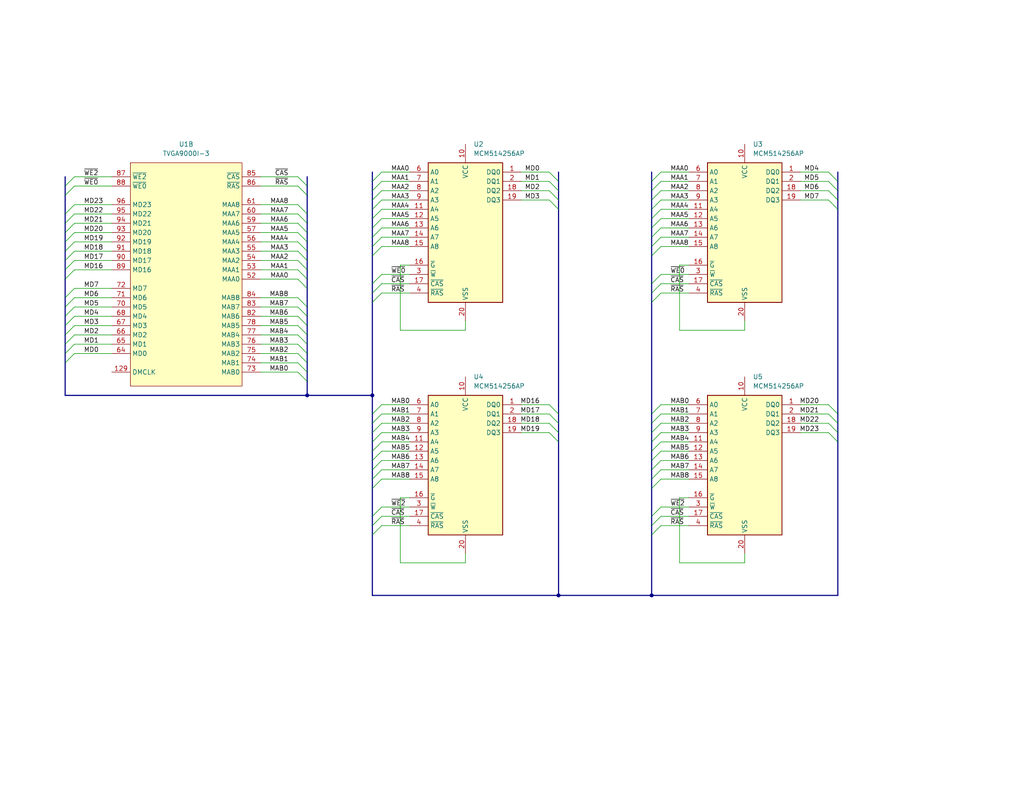
<source format=kicad_sch>
(kicad_sch (version 20231120) (generator "eeschema") (generator_version "8.0")
  (paper "USLetter")
  (lib_symbols
    (symbol "pc-parts:MCM514256AP"
      (property "Reference" "U" (at -5.08 20.32 0))
      (property "Value" "MCM514256AP" (at 7.62 20.32 0))
      (symbol "MCM514256AP_0_1"
        (rectangle (start -10.16 19.05) (end 10.16 -19.05) (stroke (width 0.254)) (fill (type background)))
      )
      (symbol "MCM514256AP_1_1"
        (pin bidirectional line (at 15.24 16.51 180) (length 5.08) (name "DQ0") (number "1"))
        (pin power_in line (at 0 24.13 270) (length 5.08) (name "VCC") (number "10"))
        (pin input line (at -15.24 6.35 0) (length 5.08) (name "A4") (number "11"))
        (pin input line (at -15.24 3.81 0) (length 5.08) (name "A5") (number "12"))
        (pin input line (at -15.24 1.27 0) (length 5.08) (name "A6") (number "13"))
        (pin input line (at -15.24 -1.27 0) (length 5.08) (name "A7") (number "14"))
        (pin input line (at -15.24 -3.81 0) (length 5.08) (name "A8") (number "15"))
        (pin input line (at -15.24 -8.89 0) (length 5.08) (name "~{G}") (number "16"))
        (pin input line (at -15.24 -13.97 0) (length 5.08) (name "~{CAS}") (number "17"))
        (pin bidirectional line (at 15.24 11.43 180) (length 5.08) (name "DQ2") (number "18"))
        (pin bidirectional line (at 15.24 8.89 180) (length 5.08) (name "DQ3") (number "19"))
        (pin bidirectional line (at 15.24 13.97 180) (length 5.08) (name "DQ1") (number "2"))
        (pin power_in line (at 0 -24.13 90) (length 5.08) (name "VSS") (number "20"))
        (pin input line (at -15.24 -11.43 0) (length 5.08) (name "~{W}") (number "3"))
        (pin input line (at -15.24 -16.51 0) (length 5.08) (name "~{RAS}") (number "4"))
        (pin no_connect line (at 10.16 -16.51 180) (length 2.54) hide (name "NC") (number "5"))
        (pin input line (at -15.24 16.51 0) (length 5.08) (name "A0") (number "6"))
        (pin input line (at -15.24 13.97 0) (length 5.08) (name "A1") (number "7"))
        (pin input line (at -15.24 11.43 0) (length 5.08) (name "A2") (number "8"))
        (pin input line (at -15.24 8.89 0) (length 5.08) (name "A3") (number "9"))
      )
    )
    (symbol "pc-parts:TVGA9000i"
      (property "Reference" "U" (at 0 0 0))
      (property "Value" "TVGA9000I-3" (at 0 0 0))
      (symbol "TVGA9000i_1_0"
        (pin output line (at -19.05 -17.78 0) (length 5.08) (name "~{MCS16}") (number "102"))
        (pin bidirectional line (at 19.05 -60.96 180) (length 5.08) (name "SD15") (number "103"))
        (pin bidirectional line (at 19.05 -58.42 180) (length 5.08) (name "SD14") (number "104"))
        (pin bidirectional line (at 19.05 -55.88 180) (length 5.08) (name "SD13") (number "105"))
        (pin bidirectional line (at 19.05 -53.34 180) (length 5.08) (name "SD12") (number "106"))
        (pin bidirectional line (at 19.05 -50.8 180) (length 5.08) (name "SD11") (number "107"))
        (pin bidirectional line (at 19.05 -48.26 180) (length 5.08) (name "SD10") (number "108"))
        (pin bidirectional line (at 19.05 -45.72 180) (length 5.08) (name "SD9") (number "109"))
        (pin bidirectional line (at 19.05 -43.18 180) (length 5.08) (name "SD8") (number "110"))
        (pin output line (at -19.05 55.88 0) (length 5.08) (name "IRQ") (number "111"))
        (pin input line (at 19.05 30.48 180) (length 5.08) (name "SA17") (number "113"))
        (pin input line (at 19.05 33.02 180) (length 5.08) (name "SA18") (number "114"))
        (pin input line (at 19.05 35.56 180) (length 5.08) (name "SA19") (number "115"))
        (pin input line (at 19.05 -27.94 180) (length 5.08) (name "LA20") (number "116"))
        (pin input line (at 19.05 -25.4 180) (length 5.08) (name "LA21") (number "117"))
        (pin input line (at 19.05 -22.86 180) (length 5.08) (name "LA22") (number "118"))
        (pin input line (at 19.05 -20.32 180) (length 5.08) (name "LA23") (number "119"))
        (pin bidirectional line (at 19.05 -12.7 180) (length 5.08) (name "SA0") (number "135"))
        (pin bidirectional line (at 19.05 -10.16 180) (length 5.08) (name "SA1") (number "136"))
        (pin bidirectional line (at 19.05 -7.62 180) (length 5.08) (name "SA2") (number "137"))
        (pin bidirectional line (at 19.05 -5.08 180) (length 5.08) (name "SA3") (number "138"))
        (pin bidirectional line (at 19.05 -2.54 180) (length 5.08) (name "SA4") (number "139"))
        (pin bidirectional line (at 19.05 0 180) (length 5.08) (name "SA5") (number "140"))
        (pin bidirectional line (at 19.05 2.54 180) (length 5.08) (name "SA6") (number "141"))
        (pin bidirectional line (at 19.05 5.08 180) (length 5.08) (name "SA7") (number "142"))
        (pin bidirectional line (at 19.05 7.62 180) (length 5.08) (name "SA8") (number "144"))
        (pin bidirectional line (at 19.05 10.16 180) (length 5.08) (name "SA9") (number "145"))
        (pin bidirectional line (at 19.05 12.7 180) (length 5.08) (name "SA10") (number "146"))
        (pin bidirectional line (at 19.05 15.24 180) (length 5.08) (name "SA11") (number "147"))
        (pin bidirectional line (at 19.05 17.78 180) (length 5.08) (name "SA12") (number "148"))
        (pin bidirectional line (at 19.05 20.32 180) (length 5.08) (name "SA13") (number "149"))
        (pin bidirectional line (at 19.05 22.86 180) (length 5.08) (name "SA14") (number "150"))
        (pin bidirectional line (at 19.05 25.4 180) (length 5.08) (name "SA15") (number "151"))
        (pin bidirectional line (at 19.05 27.94 180) (length 5.08) (name "SA16") (number "152"))
        (pin input line (at -19.05 30.48 0) (length 5.08) (name "~{IOR}") (number "153"))
        (pin input line (at -19.05 33.02 0) (length 5.08) (name "~{IOW}") (number "154"))
        (pin input line (at -19.05 35.56 0) (length 5.08) (name "~{MEMR}") (number "155"))
        (pin input line (at -19.05 38.1 0) (length 5.08) (name "~{MEMW}") (number "156"))
        (pin output line (at 19.05 40.64 180) (length 5.08) (name "IOCHRDY") (number "157"))
        (pin input line (at -19.05 17.78 0) (length 5.08) (name "ENMEM") (number "158"))
        (pin input line (at -19.05 -5.08 0) (length 5.08) (name "ALE") (number "21"))
        (pin input line (at 19.05 38.1 180) (length 5.08) (name "AEN") (number "22"))
        (pin output line (at 19.05 63.5 180) (length 5.08) (name "~{NMI}") (number "24"))
        (pin bidirectional line (at 19.05 43.18 180) (length 5.08) (name "SD0") (number "25"))
        (pin bidirectional line (at 19.05 45.72 180) (length 5.08) (name "SD1") (number "26"))
        (pin bidirectional line (at 19.05 48.26 180) (length 5.08) (name "SD2") (number "27"))
        (pin bidirectional line (at 19.05 50.8 180) (length 5.08) (name "SD3") (number "28"))
        (pin bidirectional line (at 19.05 53.34 180) (length 5.08) (name "SD4") (number "29"))
        (pin bidirectional line (at 19.05 55.88 180) (length 5.08) (name "SD5") (number "30"))
        (pin bidirectional line (at 19.05 58.42 180) (length 5.08) (name "SD6") (number "31"))
        (pin bidirectional line (at 19.05 60.96 180) (length 5.08) (name "SD7") (number "32"))
        (pin input line (at -19.05 60.96 0) (length 5.08) (name "RESET") (number "5"))
        (pin input line (at 19.05 -17.78 180) (length 5.08) (name "~{SBHE}") (number "99"))
      )
      (symbol "TVGA9000i_1_1"
        (rectangle (start -13.97 66.04) (end 13.97 -63.5) (fill (type background)))
      )
      (symbol "TVGA9000i_2_0"
        (pin bidirectional line (at 20.32 -26.67 180) (length 5.08) (name "DMCLK") (number "129"))
        (pin output line (at -20.32 -1.27 0) (length 5.08) (name "MAA0") (number "52"))
        (pin output line (at -20.32 1.27 0) (length 5.08) (name "MAA1") (number "53"))
        (pin output line (at -20.32 3.81 0) (length 5.08) (name "MAA2") (number "54"))
        (pin output line (at -20.32 6.35 0) (length 5.08) (name "MAA3") (number "55"))
        (pin output line (at -20.32 8.89 0) (length 5.08) (name "MAA4") (number "56"))
        (pin output line (at -20.32 11.43 0) (length 5.08) (name "MAA5") (number "57"))
        (pin output line (at -20.32 13.97 0) (length 5.08) (name "MAA6") (number "59"))
        (pin output line (at -20.32 16.51 0) (length 5.08) (name "MAA7") (number "60"))
        (pin output line (at -20.32 19.05 0) (length 5.08) (name "MAA8") (number "61"))
        (pin bidirectional line (at 20.32 -21.59 180) (length 5.08) (name "MD0") (number "64"))
        (pin bidirectional line (at 20.32 -19.05 180) (length 5.08) (name "MD1") (number "65"))
        (pin bidirectional line (at 20.32 -16.51 180) (length 5.08) (name "MD2") (number "66"))
        (pin bidirectional line (at 20.32 -13.97 180) (length 5.08) (name "MD3") (number "67"))
        (pin bidirectional line (at 20.32 -11.43 180) (length 5.08) (name "MD4") (number "68"))
        (pin bidirectional line (at 20.32 -8.89 180) (length 5.08) (name "MD5") (number "70"))
        (pin bidirectional line (at 20.32 -6.35 180) (length 5.08) (name "MD6") (number "71"))
        (pin bidirectional line (at 20.32 -3.81 180) (length 5.08) (name "MD7") (number "72"))
        (pin output line (at -20.32 -26.67 0) (length 5.08) (name "MAB0") (number "73"))
        (pin output line (at -20.32 -24.13 0) (length 5.08) (name "MAB1") (number "74"))
        (pin output line (at -20.32 -21.59 0) (length 5.08) (name "MAB2") (number "75"))
        (pin output line (at -20.32 -19.05 0) (length 5.08) (name "MAB3") (number "76"))
        (pin output line (at -20.32 -16.51 0) (length 5.08) (name "MAB4") (number "77"))
        (pin output line (at -20.32 -13.97 0) (length 5.08) (name "MAB5") (number "78"))
        (pin output line (at -20.32 -11.43 0) (length 5.08) (name "MAB6") (number "82"))
        (pin output line (at -20.32 -8.89 0) (length 5.08) (name "MAB7") (number "83"))
        (pin output line (at -20.32 -6.35 0) (length 5.08) (name "MAB8") (number "84"))
        (pin output line (at -20.32 26.67 0) (length 5.08) (name "~{CAS}") (number "85"))
        (pin output line (at -20.32 24.13 0) (length 5.08) (name "~{RAS}") (number "86"))
        (pin output line (at 20.32 26.67 180) (length 5.08) (name "~{WE2}") (number "87"))
        (pin output line (at 20.32 24.13 180) (length 5.08) (name "~{WE0}") (number "88"))
        (pin bidirectional line (at 20.32 1.27 180) (length 5.08) (name "MD16") (number "89"))
        (pin bidirectional line (at 20.32 3.81 180) (length 5.08) (name "MD17") (number "90"))
        (pin bidirectional line (at 20.32 6.35 180) (length 5.08) (name "MD18") (number "91"))
        (pin bidirectional line (at 20.32 8.89 180) (length 5.08) (name "MD19") (number "92"))
        (pin bidirectional line (at 20.32 11.43 180) (length 5.08) (name "MD20") (number "93"))
        (pin bidirectional line (at 20.32 13.97 180) (length 5.08) (name "MD21") (number "94"))
        (pin bidirectional line (at 20.32 16.51 180) (length 5.08) (name "MD22") (number "95"))
        (pin bidirectional line (at 20.32 19.05 180) (length 5.08) (name "MD23") (number "96"))
      )
      (symbol "TVGA9000i_2_1"
        (rectangle (start -15.24 30.48) (end 15.24 -30.48) (fill (type background)))
      )
      (symbol "TVGA9000i_3_0"
        (pin bidirectional line (at 20.32 -2.54 180) (length 5.08) (name "P6") (number "10"))
        (pin output line (at 20.32 12.7 180) (length 5.08) (name "OUTP0") (number "100"))
        (pin bidirectional line (at 20.32 -5.08 180) (length 5.08) (name "P5") (number "11"))
        (pin bidirectional line (at 20.32 -7.62 180) (length 5.08) (name "P4") (number "12"))
        (pin output line (at 20.32 15.24 180) (length 5.08) (name "VLF") (number "125"))
        (pin bidirectional line (at 20.32 -10.16 180) (length 5.08) (name "P3") (number "14"))
        (pin bidirectional line (at 20.32 -12.7 180) (length 5.08) (name "P2") (number "15"))
        (pin bidirectional line (at 20.32 -20.32 180) (length 5.08) (name "PCLK") (number "159"))
        (pin bidirectional line (at 20.32 -15.24 180) (length 5.08) (name "P1") (number "16"))
        (pin bidirectional line (at 20.32 -17.78 180) (length 5.08) (name "P0") (number "17"))
        (pin input line (at 20.32 7.62 180) (length 5.08) (name "IRSET") (number "18"))
        (pin output line (at 20.32 27.94 180) (length 5.08) (name "B") (number "2"))
        (pin input line (at 20.32 5.08 180) (length 5.08) (name "VREF") (number "20"))
        (pin output line (at 20.32 25.4 180) (length 5.08) (name "G") (number "3"))
        (pin bidirectional line (at -20.32 -3.81 0) (length 5.08) (name "RMD7") (number "33"))
        (pin bidirectional line (at -20.32 -1.27 0) (length 5.08) (name "RMD6") (number "34"))
        (pin bidirectional line (at -20.32 1.27 0) (length 5.08) (name "RMD5") (number "35"))
        (pin bidirectional line (at -20.32 3.81 0) (length 5.08) (name "RMD4") (number "36"))
        (pin bidirectional line (at -20.32 6.35 0) (length 5.08) (name "RMD3") (number "37"))
        (pin bidirectional line (at -20.32 8.89 0) (length 5.08) (name "RMD2") (number "38"))
        (pin bidirectional line (at -20.32 11.43 0) (length 5.08) (name "RMD1") (number "39"))
        (pin output line (at 20.32 22.86 180) (length 5.08) (name "R") (number "4"))
        (pin bidirectional line (at -20.32 13.97 0) (length 5.08) (name "RMD0") (number "43"))
        (pin bidirectional line (at 20.32 -22.86 180) (length 5.08) (name "~{BLANK}") (number "44"))
        (pin output line (at -20.32 -8.89 0) (length 5.08) (name "ROMCS") (number "45"))
        (pin input line (at 20.32 20.32 180) (length 5.08) (name "MONITOR") (number "46"))
        (pin output line (at 20.32 33.02 180) (length 5.08) (name "VSYNC") (number "47"))
        (pin output line (at 20.32 30.48 180) (length 5.08) (name "HSYNC") (number "48"))
        (pin input line (at 20.32 -33.02 180) (length 5.08) (name "EVIDEO") (number "49"))
        (pin input line (at 20.32 -30.48 180) (length 5.08) (name "EDCLK") (number "50"))
        (pin input line (at 20.32 -27.94 180) (length 5.08) (name "ESYNC") (number "51"))
        (pin bidirectional line (at 20.32 0 180) (length 5.08) (name "P7") (number "9"))
        (pin output line (at -20.32 -11.43 0) (length 5.08) (name "ROMBA0") (number "97"))
        (pin output line (at -20.32 -13.97 0) (length 5.08) (name "ROMCLK") (number "98"))
      )
      (symbol "TVGA9000i_3_1"
        (rectangle (start -15.24 35.56) (end 15.24 -35.56) (fill (type background)))
      )
      (symbol "TVGA9000i_4_0"
        (pin power_in line (at -17.78 -20.32 90) (length 5.08) (name "AVSS2") (number "1"))
        (pin power_in line (at 10.16 -20.32 90) (length 5.08) (name "VSS") (number "101"))
        (pin no_connect line (at 30.48 1.27 180) (length 5.08) (name "RESERVED") (number "112"))
        (pin power_in line (at 2.54 20.32 270) (length 5.08) (name "VDD") (number "120"))
        (pin power_in line (at 12.7 -20.32 90) (length 5.08) (name "VSS") (number "121"))
        (pin power_in line (at 15.24 -20.32 90) (length 5.08) (name "VSS") (number "122"))
        (pin no_connect line (at 30.48 -1.27 180) (length 5.08) (name "RESERVED") (number "123"))
        (pin power_in line (at -17.78 20.32 270) (length 5.08) (name "AVDD1") (number "124"))
        (pin power_in line (at -20.32 -20.32 90) (length 5.08) (name "AVSS1") (number "126"))
        (pin no_connect line (at 30.48 -3.81 180) (length 5.08) (name "RESERVED") (number "127"))
        (pin power_in line (at -12.7 -20.32 90) (length 5.08) (name "DVSS1") (number "128"))
        (pin power_in line (at -15.24 20.32 270) (length 5.08) (name "AVDD2") (number "13"))
        (pin power_in line (at -7.62 20.32 270) (length 5.08) (name "DVDD1") (number "130"))
        (pin output line (at -30.48 1.27 0) (length 5.08) (name "XTL1") (number "131"))
        (pin output line (at 30.48 6.35 180) (length 5.08) (name "MLF(RES)") (number "132"))
        (pin input line (at -30.48 -1.27 0) (length 5.08) (name "XTL2") (number "133"))
        (pin power_in line (at 0 20.32 270) (length 5.08) (name "VDD") (number "134"))
        (pin power_in line (at 17.78 -20.32 90) (length 5.08) (name "VSS") (number "143"))
        (pin power_in line (at 20.32 -20.32 90) (length 5.08) (name "VSS") (number "160"))
        (pin power_in line (at 15.24 20.32 270) (length 5.08) (name "VDD") (number "19"))
        (pin power_in line (at -5.08 -20.32 90) (length 5.08) (name "VSS") (number "23"))
        (pin power_in line (at 12.7 20.32 270) (length 5.08) (name "VDD") (number "40"))
        (pin power_in line (at -2.54 -20.32 90) (length 5.08) (name "VSS") (number "41"))
        (pin power_in line (at 0 -20.32 90) (length 5.08) (name "VSS") (number "42"))
        (pin power_in line (at 2.54 -20.32 90) (length 5.08) (name "VSS") (number "58"))
        (pin power_in line (at -12.7 20.32 270) (length 5.08) (name "AVDD2") (number "6"))
        (pin power_in line (at 10.16 20.32 270) (length 5.08) (name "VDD") (number "62"))
        (pin no_connect line (at 30.48 -6.35 180) (length 5.08) (name "MCA_RESERVED") (number "63"))
        (pin power_in line (at 7.62 20.32 270) (length 5.08) (name "VDD") (number "69"))
        (pin power_in line (at -10.16 -20.32 90) (length 5.08) (name "DVSS2") (number "7"))
        (pin power_in line (at 5.08 -20.32 90) (length 5.08) (name "VSS") (number "79"))
        (pin power_in line (at -5.08 20.32 270) (length 5.08) (name "DVDD2") (number "8"))
        (pin power_in line (at 7.62 -20.32 90) (length 5.08) (name "VSS") (number "80"))
        (pin power_in line (at 5.08 20.32 270) (length 5.08) (name "VDD") (number "81"))
      )
      (symbol "TVGA9000i_4_1"
        (rectangle (start -25.4 15.24) (end 25.4 -15.24) (fill (type background)))
      )
    )
  )
  (junction (at 152.4 162.56))
  (junction (at 177.8 162.56))
  (junction (at 101.6 107.95))
  (junction (at 83.82 107.95))
  (bus_entry (at 101.6 115.57) (size 2.54 -2.54))
  (bus_entry (at 101.6 140.97) (size 2.54 -2.54))
  (bus_entry (at 83.82 53.34) (size -2.54 -2.54))
  (bus_entry (at 101.6 57.15) (size 2.54 -2.54))
  (bus_entry (at 17.78 76.2) (size 2.54 -2.54))
  (bus_entry (at 17.78 73.66) (size 2.54 -2.54))
  (bus_entry (at 152.4 52.07) (size -2.54 -2.54))
  (bus_entry (at 101.6 64.77) (size 2.54 -2.54))
  (bus_entry (at 17.78 50.8) (size 2.54 -2.54))
  (bus_entry (at 101.6 133.35) (size 2.54 -2.54))
  (bus_entry (at 101.6 69.85) (size 2.54 -2.54))
  (bus_entry (at 83.82 96.52) (size -2.54 -2.54))
  (bus_entry (at 228.6 54.61) (size -2.54 -2.54))
  (bus_entry (at 177.8 133.35) (size 2.54 -2.54))
  (bus_entry (at 83.82 86.36) (size -2.54 -2.54))
  (bus_entry (at 152.4 120.65) (size -2.54 -2.54))
  (bus_entry (at 177.8 52.07) (size 2.54 -2.54))
  (bus_entry (at 177.8 64.77) (size 2.54 -2.54))
  (bus_entry (at 177.8 69.85) (size 2.54 -2.54))
  (bus_entry (at 101.6 67.31) (size 2.54 -2.54))
  (bus_entry (at 101.6 118.11) (size 2.54 -2.54))
  (bus_entry (at 152.4 49.53) (size -2.54 -2.54))
  (bus_entry (at 17.78 88.9) (size 2.54 -2.54))
  (bus_entry (at 83.82 91.44) (size -2.54 -2.54))
  (bus_entry (at 83.82 78.74) (size -2.54 -2.54))
  (bus_entry (at 83.82 73.66) (size -2.54 -2.54))
  (bus_entry (at 228.6 57.15) (size -2.54 -2.54))
  (bus_entry (at 177.8 125.73) (size 2.54 -2.54))
  (bus_entry (at 83.82 99.06) (size -2.54 -2.54))
  (bus_entry (at 83.82 83.82) (size -2.54 -2.54))
  (bus_entry (at 83.82 66.04) (size -2.54 -2.54))
  (bus_entry (at 101.6 113.03) (size 2.54 -2.54))
  (bus_entry (at 101.6 143.51) (size 2.54 -2.54))
  (bus_entry (at 228.6 118.11) (size -2.54 -2.54))
  (bus_entry (at 17.78 53.34) (size 2.54 -2.54))
  (bus_entry (at 177.8 123.19) (size 2.54 -2.54))
  (bus_entry (at 228.6 113.03) (size -2.54 -2.54))
  (bus_entry (at 177.8 54.61) (size 2.54 -2.54))
  (bus_entry (at 17.78 58.42) (size 2.54 -2.54))
  (bus_entry (at 17.78 81.28) (size 2.54 -2.54))
  (bus_entry (at 83.82 101.6) (size -2.54 -2.54))
  (bus_entry (at 152.4 57.15) (size -2.54 -2.54))
  (bus_entry (at 177.8 115.57) (size 2.54 -2.54))
  (bus_entry (at 177.8 143.51) (size 2.54 -2.54))
  (bus_entry (at 177.8 49.53) (size 2.54 -2.54))
  (bus_entry (at 17.78 93.98) (size 2.54 -2.54))
  (bus_entry (at 17.78 91.44) (size 2.54 -2.54))
  (bus_entry (at 83.82 58.42) (size -2.54 -2.54))
  (bus_entry (at 101.6 146.05) (size 2.54 -2.54))
  (bus_entry (at 17.78 60.96) (size 2.54 -2.54))
  (bus_entry (at 101.6 54.61) (size 2.54 -2.54))
  (bus_entry (at 101.6 59.69) (size 2.54 -2.54))
  (bus_entry (at 177.8 113.03) (size 2.54 -2.54))
  (bus_entry (at 17.78 63.5) (size 2.54 -2.54))
  (bus_entry (at 101.6 120.65) (size 2.54 -2.54))
  (bus_entry (at 17.78 86.36) (size 2.54 -2.54))
  (bus_entry (at 177.8 130.81) (size 2.54 -2.54))
  (bus_entry (at 17.78 96.52) (size 2.54 -2.54))
  (bus_entry (at 228.6 115.57) (size -2.54 -2.54))
  (bus_entry (at 152.4 54.61) (size -2.54 -2.54))
  (bus_entry (at 152.4 118.11) (size -2.54 -2.54))
  (bus_entry (at 152.4 115.57) (size -2.54 -2.54))
  (bus_entry (at 83.82 88.9) (size -2.54 -2.54))
  (bus_entry (at 177.8 80.01) (size 2.54 -2.54))
  (bus_entry (at 83.82 60.96) (size -2.54 -2.54))
  (bus_entry (at 177.8 77.47) (size 2.54 -2.54))
  (bus_entry (at 177.8 59.69) (size 2.54 -2.54))
  (bus_entry (at 228.6 49.53) (size -2.54 -2.54))
  (bus_entry (at 177.8 146.05) (size 2.54 -2.54))
  (bus_entry (at 101.6 130.81) (size 2.54 -2.54))
  (bus_entry (at 101.6 62.23) (size 2.54 -2.54))
  (bus_entry (at 83.82 76.2) (size -2.54 -2.54))
  (bus_entry (at 177.8 118.11) (size 2.54 -2.54))
  (bus_entry (at 83.82 50.8) (size -2.54 -2.54))
  (bus_entry (at 177.8 128.27) (size 2.54 -2.54))
  (bus_entry (at 101.6 77.47) (size 2.54 -2.54))
  (bus_entry (at 17.78 99.06) (size 2.54 -2.54))
  (bus_entry (at 17.78 83.82) (size 2.54 -2.54))
  (bus_entry (at 228.6 120.65) (size -2.54 -2.54))
  (bus_entry (at 152.4 113.03) (size -2.54 -2.54))
  (bus_entry (at 101.6 123.19) (size 2.54 -2.54))
  (bus_entry (at 83.82 68.58) (size -2.54 -2.54))
  (bus_entry (at 101.6 82.55) (size 2.54 -2.54))
  (bus_entry (at 101.6 125.73) (size 2.54 -2.54))
  (bus_entry (at 177.8 67.31) (size 2.54 -2.54))
  (bus_entry (at 101.6 49.53) (size 2.54 -2.54))
  (bus_entry (at 83.82 104.14) (size -2.54 -2.54))
  (bus_entry (at 177.8 57.15) (size 2.54 -2.54))
  (bus_entry (at 177.8 120.65) (size 2.54 -2.54))
  (bus_entry (at 177.8 62.23) (size 2.54 -2.54))
  (bus_entry (at 177.8 82.55) (size 2.54 -2.54))
  (bus_entry (at 177.8 140.97) (size 2.54 -2.54))
  (bus_entry (at 83.82 93.98) (size -2.54 -2.54))
  (bus_entry (at 17.78 71.12) (size 2.54 -2.54))
  (bus_entry (at 101.6 128.27) (size 2.54 -2.54))
  (bus_entry (at 83.82 63.5) (size -2.54 -2.54))
  (bus_entry (at 17.78 66.04) (size 2.54 -2.54))
  (bus_entry (at 101.6 52.07) (size 2.54 -2.54))
  (bus_entry (at 101.6 80.01) (size 2.54 -2.54))
  (bus_entry (at 83.82 71.12) (size -2.54 -2.54))
  (bus_entry (at 17.78 68.58) (size 2.54 -2.54))
  (bus_entry (at 228.6 52.07) (size -2.54 -2.54))
  (wire (pts (xy 71.12 81.28) (xy 81.28 81.28)))
  (wire (pts (xy 218.44 113.03) (xy 226.06 113.03)))
  (bus (pts (xy 83.82 86.36) (xy 83.82 88.9)))
  (wire (pts (xy 203.2 90.17) (xy 203.2 87.63)))
  (bus (pts (xy 83.82 73.66) (xy 83.82 76.2)))
  (bus (pts (xy 228.6 118.11) (xy 228.6 120.65)))
  (wire (pts (xy 20.32 68.58) (xy 30.48 68.58)))
  (bus (pts (xy 17.78 66.04) (xy 17.78 68.58)))
  (wire (pts (xy 187.96 130.81) (xy 180.34 130.81)))
  (wire (pts (xy 71.12 55.88) (xy 81.28 55.88)))
  (wire (pts (xy 111.76 115.57) (xy 104.14 115.57)))
  (wire (pts (xy 20.32 83.82) (xy 30.48 83.82)))
  (bus (pts (xy 101.6 113.03) (xy 101.6 115.57)))
  (wire (pts (xy 185.42 72.39) (xy 185.42 90.17)))
  (bus (pts (xy 152.4 162.56) (xy 177.8 162.56)))
  (wire (pts (xy 104.14 46.99) (xy 111.76 46.99)))
  (wire (pts (xy 20.32 60.96) (xy 30.48 60.96)))
  (wire (pts (xy 111.76 118.11) (xy 104.14 118.11)))
  (wire (pts (xy 104.14 80.01) (xy 111.76 80.01)))
  (wire (pts (xy 71.12 60.96) (xy 81.28 60.96)))
  (wire (pts (xy 71.12 58.42) (xy 81.28 58.42)))
  (bus (pts (xy 101.6 133.35) (xy 101.6 140.97)))
  (bus (pts (xy 17.78 71.12) (xy 17.78 73.66)))
  (wire (pts (xy 180.34 67.31) (xy 187.96 67.31)))
  (wire (pts (xy 104.14 57.15) (xy 111.76 57.15)))
  (bus (pts (xy 228.6 46.99) (xy 228.6 49.53)))
  (wire (pts (xy 104.14 52.07) (xy 111.76 52.07)))
  (wire (pts (xy 20.32 93.98) (xy 30.48 93.98)))
  (bus (pts (xy 101.6 107.95) (xy 101.6 113.03)))
  (wire (pts (xy 180.34 49.53) (xy 187.96 49.53)))
  (wire (pts (xy 187.96 118.11) (xy 180.34 118.11)))
  (wire (pts (xy 71.12 63.5) (xy 81.28 63.5)))
  (bus (pts (xy 152.4 118.11) (xy 152.4 120.65)))
  (wire (pts (xy 20.32 78.74) (xy 30.48 78.74)))
  (wire (pts (xy 142.24 49.53) (xy 149.86 49.53)))
  (wire (pts (xy 111.76 120.65) (xy 104.14 120.65)))
  (bus (pts (xy 177.8 162.56) (xy 228.6 162.56)))
  (bus (pts (xy 152.4 54.61) (xy 152.4 57.15)))
  (bus (pts (xy 101.6 162.56) (xy 152.4 162.56)))
  (wire (pts (xy 185.42 153.67) (xy 203.2 153.67)))
  (bus (pts (xy 83.82 48.26) (xy 83.82 50.8)))
  (wire (pts (xy 218.44 118.11) (xy 226.06 118.11)))
  (wire (pts (xy 187.96 110.49) (xy 180.34 110.49)))
  (bus (pts (xy 101.6 64.77) (xy 101.6 67.31)))
  (bus (pts (xy 101.6 62.23) (xy 101.6 64.77)))
  (bus (pts (xy 177.8 128.27) (xy 177.8 130.81)))
  (wire (pts (xy 187.96 135.89) (xy 185.42 135.89)))
  (bus (pts (xy 17.78 81.28) (xy 17.78 83.82)))
  (bus (pts (xy 17.78 107.95) (xy 83.82 107.95)))
  (wire (pts (xy 180.34 140.97) (xy 187.96 140.97)))
  (bus (pts (xy 83.82 50.8) (xy 83.82 53.34)))
  (bus (pts (xy 101.6 118.11) (xy 101.6 120.65)))
  (bus (pts (xy 101.6 125.73) (xy 101.6 128.27)))
  (bus (pts (xy 101.6 128.27) (xy 101.6 130.81)))
  (wire (pts (xy 104.14 77.47) (xy 111.76 77.47)))
  (bus (pts (xy 83.82 53.34) (xy 83.82 58.42)))
  (wire (pts (xy 71.12 86.36) (xy 81.28 86.36)))
  (wire (pts (xy 104.14 143.51) (xy 111.76 143.51)))
  (wire (pts (xy 20.32 55.88) (xy 30.48 55.88)))
  (bus (pts (xy 177.8 143.51) (xy 177.8 146.05)))
  (bus (pts (xy 83.82 107.95) (xy 101.6 107.95)))
  (bus (pts (xy 152.4 46.99) (xy 152.4 49.53)))
  (wire (pts (xy 71.12 101.6) (xy 81.28 101.6)))
  (wire (pts (xy 111.76 113.03) (xy 104.14 113.03)))
  (bus (pts (xy 101.6 77.47) (xy 101.6 80.01)))
  (wire (pts (xy 71.12 68.58) (xy 81.28 68.58)))
  (bus (pts (xy 177.8 69.85) (xy 177.8 77.47)))
  (bus (pts (xy 17.78 83.82) (xy 17.78 86.36)))
  (bus (pts (xy 228.6 113.03) (xy 228.6 115.57)))
  (wire (pts (xy 20.32 96.52) (xy 30.48 96.52)))
  (bus (pts (xy 83.82 66.04) (xy 83.82 68.58)))
  (wire (pts (xy 142.24 52.07) (xy 149.86 52.07)))
  (bus (pts (xy 101.6 57.15) (xy 101.6 59.69)))
  (wire (pts (xy 180.34 64.77) (xy 187.96 64.77)))
  (wire (pts (xy 20.32 88.9) (xy 30.48 88.9)))
  (bus (pts (xy 83.82 83.82) (xy 83.82 86.36)))
  (wire (pts (xy 71.12 50.8) (xy 81.28 50.8)))
  (bus (pts (xy 177.8 59.69) (xy 177.8 62.23)))
  (wire (pts (xy 187.96 72.39) (xy 185.42 72.39)))
  (wire (pts (xy 104.14 49.53) (xy 111.76 49.53)))
  (bus (pts (xy 101.6 123.19) (xy 101.6 125.73)))
  (bus (pts (xy 101.6 46.99) (xy 101.6 49.53)))
  (wire (pts (xy 180.34 77.47) (xy 187.96 77.47)))
  (wire (pts (xy 218.44 52.07) (xy 226.06 52.07)))
  (bus (pts (xy 228.6 52.07) (xy 228.6 54.61)))
  (wire (pts (xy 185.42 90.17) (xy 203.2 90.17)))
  (bus (pts (xy 17.78 68.58) (xy 17.78 71.12)))
  (bus (pts (xy 83.82 60.96) (xy 83.82 63.5)))
  (wire (pts (xy 142.24 110.49) (xy 149.86 110.49)))
  (wire (pts (xy 20.32 48.26) (xy 30.48 48.26)))
  (wire (pts (xy 71.12 73.66) (xy 81.28 73.66)))
  (bus (pts (xy 228.6 57.15) (xy 228.6 113.03)))
  (wire (pts (xy 180.34 143.51) (xy 187.96 143.51)))
  (wire (pts (xy 71.12 66.04) (xy 81.28 66.04)))
  (wire (pts (xy 187.96 123.19) (xy 180.34 123.19)))
  (bus (pts (xy 152.4 120.65) (xy 152.4 162.56)))
  (bus (pts (xy 152.4 57.15) (xy 152.4 113.03)))
  (bus (pts (xy 177.8 46.99) (xy 177.8 49.53)))
  (bus (pts (xy 101.6 49.53) (xy 101.6 52.07)))
  (bus (pts (xy 17.78 73.66) (xy 17.78 76.2)))
  (wire (pts (xy 20.32 66.04) (xy 30.48 66.04)))
  (bus (pts (xy 152.4 113.03) (xy 152.4 115.57)))
  (bus (pts (xy 177.8 130.81) (xy 177.8 133.35)))
  (wire (pts (xy 187.96 120.65) (xy 180.34 120.65)))
  (wire (pts (xy 111.76 130.81) (xy 104.14 130.81)))
  (bus (pts (xy 101.6 59.69) (xy 101.6 62.23)))
  (bus (pts (xy 83.82 96.52) (xy 83.82 99.06)))
  (bus (pts (xy 83.82 76.2) (xy 83.82 78.74)))
  (bus (pts (xy 177.8 123.19) (xy 177.8 125.73)))
  (wire (pts (xy 142.24 113.03) (xy 149.86 113.03)))
  (bus (pts (xy 17.78 58.42) (xy 17.78 60.96)))
  (bus (pts (xy 83.82 93.98) (xy 83.82 96.52)))
  (wire (pts (xy 104.14 67.31) (xy 111.76 67.31)))
  (bus (pts (xy 101.6 54.61) (xy 101.6 57.15)))
  (wire (pts (xy 20.32 50.8) (xy 30.48 50.8)))
  (bus (pts (xy 83.82 104.14) (xy 83.82 107.95)))
  (bus (pts (xy 177.8 57.15) (xy 177.8 59.69)))
  (wire (pts (xy 180.34 52.07) (xy 187.96 52.07)))
  (bus (pts (xy 101.6 143.51) (xy 101.6 146.05)))
  (wire (pts (xy 111.76 72.39) (xy 109.22 72.39)))
  (bus (pts (xy 83.82 88.9) (xy 83.82 91.44)))
  (wire (pts (xy 71.12 88.9) (xy 81.28 88.9)))
  (wire (pts (xy 127 151.13) (xy 127 153.67)))
  (bus (pts (xy 83.82 91.44) (xy 83.82 93.98)))
  (wire (pts (xy 111.76 128.27) (xy 104.14 128.27)))
  (wire (pts (xy 104.14 64.77) (xy 111.76 64.77)))
  (wire (pts (xy 127 90.17) (xy 127 87.63)))
  (bus (pts (xy 101.6 146.05) (xy 101.6 162.56)))
  (wire (pts (xy 109.22 72.39) (xy 109.22 90.17)))
  (bus (pts (xy 228.6 120.65) (xy 228.6 162.56)))
  (bus (pts (xy 17.78 91.44) (xy 17.78 93.98)))
  (wire (pts (xy 203.2 153.67) (xy 203.2 151.13)))
  (bus (pts (xy 17.78 60.96) (xy 17.78 63.5)))
  (bus (pts (xy 17.78 53.34) (xy 17.78 58.42)))
  (bus (pts (xy 177.8 115.57) (xy 177.8 118.11)))
  (wire (pts (xy 180.34 54.61) (xy 187.96 54.61)))
  (bus (pts (xy 83.82 68.58) (xy 83.82 71.12)))
  (bus (pts (xy 101.6 52.07) (xy 101.6 54.61)))
  (bus (pts (xy 228.6 49.53) (xy 228.6 52.07)))
  (bus (pts (xy 177.8 67.31) (xy 177.8 69.85)))
  (bus (pts (xy 17.78 76.2) (xy 17.78 81.28)))
  (wire (pts (xy 104.14 140.97) (xy 111.76 140.97)))
  (wire (pts (xy 142.24 118.11) (xy 149.86 118.11)))
  (bus (pts (xy 177.8 77.47) (xy 177.8 80.01)))
  (bus (pts (xy 83.82 99.06) (xy 83.82 101.6)))
  (wire (pts (xy 104.14 74.93) (xy 111.76 74.93)))
  (wire (pts (xy 142.24 46.99) (xy 149.86 46.99)))
  (wire (pts (xy 111.76 135.89) (xy 109.22 135.89)))
  (bus (pts (xy 177.8 49.53) (xy 177.8 52.07)))
  (bus (pts (xy 177.8 120.65) (xy 177.8 123.19)))
  (bus (pts (xy 177.8 118.11) (xy 177.8 120.65)))
  (wire (pts (xy 218.44 54.61) (xy 226.06 54.61)))
  (wire (pts (xy 109.22 90.17) (xy 127 90.17)))
  (bus (pts (xy 101.6 67.31) (xy 101.6 69.85)))
  (bus (pts (xy 101.6 140.97) (xy 101.6 143.51)))
  (wire (pts (xy 180.34 57.15) (xy 187.96 57.15)))
  (wire (pts (xy 218.44 46.99) (xy 226.06 46.99)))
  (bus (pts (xy 152.4 49.53) (xy 152.4 52.07)))
  (bus (pts (xy 101.6 69.85) (xy 101.6 77.47)))
  (bus (pts (xy 228.6 115.57) (xy 228.6 118.11)))
  (wire (pts (xy 71.12 76.2) (xy 81.28 76.2)))
  (bus (pts (xy 17.78 63.5) (xy 17.78 66.04)))
  (wire (pts (xy 20.32 63.5) (xy 30.48 63.5)))
  (wire (pts (xy 71.12 96.52) (xy 81.28 96.52)))
  (bus (pts (xy 101.6 115.57) (xy 101.6 118.11)))
  (wire (pts (xy 180.34 80.01) (xy 187.96 80.01)))
  (wire (pts (xy 71.12 99.06) (xy 81.28 99.06)))
  (bus (pts (xy 152.4 115.57) (xy 152.4 118.11)))
  (wire (pts (xy 187.96 113.03) (xy 180.34 113.03)))
  (wire (pts (xy 71.12 48.26) (xy 81.28 48.26)))
  (bus (pts (xy 17.78 48.26) (xy 17.78 50.8)))
  (bus (pts (xy 17.78 86.36) (xy 17.78 88.9)))
  (bus (pts (xy 101.6 82.55) (xy 101.6 107.95)))
  (wire (pts (xy 20.32 86.36) (xy 30.48 86.36)))
  (wire (pts (xy 111.76 125.73) (xy 104.14 125.73)))
  (bus (pts (xy 101.6 130.81) (xy 101.6 133.35)))
  (bus (pts (xy 177.8 62.23) (xy 177.8 64.77)))
  (wire (pts (xy 180.34 59.69) (xy 187.96 59.69)))
  (wire (pts (xy 218.44 110.49) (xy 226.06 110.49)))
  (wire (pts (xy 71.12 91.44) (xy 81.28 91.44)))
  (wire (pts (xy 20.32 58.42) (xy 30.48 58.42)))
  (bus (pts (xy 17.78 88.9) (xy 17.78 91.44)))
  (bus (pts (xy 177.8 140.97) (xy 177.8 143.51)))
  (bus (pts (xy 177.8 146.05) (xy 177.8 162.56)))
  (bus (pts (xy 177.8 125.73) (xy 177.8 128.27)))
  (wire (pts (xy 218.44 49.53) (xy 226.06 49.53)))
  (bus (pts (xy 17.78 99.06) (xy 17.78 107.95)))
  (wire (pts (xy 71.12 93.98) (xy 81.28 93.98)))
  (bus (pts (xy 177.8 113.03) (xy 177.8 115.57)))
  (wire (pts (xy 20.32 81.28) (xy 30.48 81.28)))
  (bus (pts (xy 177.8 133.35) (xy 177.8 140.97)))
  (bus (pts (xy 101.6 80.01) (xy 101.6 82.55)))
  (wire (pts (xy 185.42 135.89) (xy 185.42 153.67)))
  (bus (pts (xy 83.82 78.74) (xy 83.82 83.82)))
  (wire (pts (xy 180.34 74.93) (xy 187.96 74.93)))
  (wire (pts (xy 104.14 54.61) (xy 111.76 54.61)))
  (bus (pts (xy 177.8 82.55) (xy 177.8 113.03)))
  (bus (pts (xy 177.8 54.61) (xy 177.8 57.15)))
  (bus (pts (xy 83.82 71.12) (xy 83.82 73.66)))
  (wire (pts (xy 20.32 71.12) (xy 30.48 71.12)))
  (wire (pts (xy 20.32 91.44) (xy 30.48 91.44)))
  (bus (pts (xy 83.82 101.6) (xy 83.82 104.14)))
  (bus (pts (xy 177.8 64.77) (xy 177.8 67.31)))
  (bus (pts (xy 152.4 52.07) (xy 152.4 54.61)))
  (bus (pts (xy 177.8 80.01) (xy 177.8 82.55)))
  (bus (pts (xy 17.78 50.8) (xy 17.78 53.34)))
  (bus (pts (xy 83.82 58.42) (xy 83.82 60.96)))
  (bus (pts (xy 17.78 93.98) (xy 17.78 96.52)))
  (wire (pts (xy 187.96 125.73) (xy 180.34 125.73)))
  (wire (pts (xy 187.96 128.27) (xy 180.34 128.27)))
  (bus (pts (xy 83.82 63.5) (xy 83.82 66.04)))
  (wire (pts (xy 180.34 138.43) (xy 187.96 138.43)))
  (wire (pts (xy 142.24 115.57) (xy 149.86 115.57)))
  (bus (pts (xy 177.8 52.07) (xy 177.8 54.61)))
  (wire (pts (xy 142.24 54.61) (xy 149.86 54.61)))
  (wire (pts (xy 104.14 59.69) (xy 111.76 59.69)))
  (wire (pts (xy 109.22 135.89) (xy 109.22 153.67)))
  (bus (pts (xy 228.6 54.61) (xy 228.6 57.15)))
  (wire (pts (xy 111.76 110.49) (xy 104.14 110.49)))
  (bus (pts (xy 101.6 120.65) (xy 101.6 123.19)))
  (bus (pts (xy 17.78 96.52) (xy 17.78 99.06)))
  (wire (pts (xy 20.32 73.66) (xy 30.48 73.66)))
  (wire (pts (xy 104.14 62.23) (xy 111.76 62.23)))
  (wire (pts (xy 109.22 153.67) (xy 127 153.67)))
  (wire (pts (xy 180.34 62.23) (xy 187.96 62.23)))
  (wire (pts (xy 187.96 115.57) (xy 180.34 115.57)))
  (wire (pts (xy 218.44 115.57) (xy 226.06 115.57)))
  (wire (pts (xy 104.14 138.43) (xy 111.76 138.43)))
  (wire (pts (xy 111.76 123.19) (xy 104.14 123.19)))
  (wire (pts (xy 71.12 83.82) (xy 81.28 83.82)))
  (wire (pts (xy 71.12 71.12) (xy 81.28 71.12)))
  (wire (pts (xy 180.34 46.99) (xy 187.96 46.99)))
  (label "~{CAS}" (at 106.68 140.97 0))
  (label "MD21" (at 22.86 60.96 0))
  (label "MAB7" (at 106.68 128.27 0))
  (label "MAA5" (at 78.74 63.5 180))
  (label "MAA8" (at 106.68 67.31 0))
  (label "MD20" (at 223.52 110.49 180))
  (label "~{WE0}" (at 106.68 74.93 0))
  (label "MAA6" (at 106.68 62.23 0))
  (label "~{CAS}" (at 182.88 77.47 0))
  (label "MAA4" (at 106.68 57.15 0))
  (label "MD2" (at 22.86 91.44 0))
  (label "MAB3" (at 78.74 93.98 180))
  (label "MD16" (at 147.32 110.49 180))
  (label "MAB3" (at 106.68 118.11 0))
  (label "MD5" (at 22.86 83.82 0))
  (label "MAA6" (at 78.74 60.96 180))
  (label "MD5" (at 223.52 49.53 180))
  (label "MAA0" (at 106.68 46.99 0))
  (label "MD3" (at 22.86 88.9 0))
  (label "MD1" (at 22.86 93.98 0))
  (label "~{WE0}" (at 22.86 50.8 0))
  (label "~{CAS}" (at 78.74 48.26 180))
  (label "MAB5" (at 78.74 88.9 180))
  (label "MAB5" (at 182.88 123.19 0))
  (label "MAA8" (at 78.74 55.88 180))
  (label "~{WE2}" (at 182.88 138.43 0))
  (label "~{RAS}" (at 182.88 143.51 0))
  (label "MAB2" (at 106.68 115.57 0))
  (label "MAB8" (at 182.88 130.81 0))
  (label "MAB6" (at 106.68 125.73 0))
  (label "MD17" (at 147.32 113.03 180))
  (label "MD17" (at 22.86 71.12 0))
  (label "MD23" (at 223.52 118.11 180))
  (label "MAB7" (at 182.88 128.27 0))
  (label "MD21" (at 223.52 113.03 180))
  (label "MAA1" (at 106.68 49.53 0))
  (label "MD0" (at 147.32 46.99 180))
  (label "MAB1" (at 182.88 113.03 0))
  (label "~{WE2}" (at 22.86 48.26 0))
  (label "MD22" (at 223.52 115.57 180))
  (label "MAB4" (at 182.88 120.65 0))
  (label "MAB8" (at 78.74 81.28 180))
  (label "MAA0" (at 182.88 46.99 0))
  (label "MAB3" (at 182.88 118.11 0))
  (label "~{WE2}" (at 106.68 138.43 0))
  (label "MAA2" (at 106.68 52.07 0))
  (label "MD19" (at 22.86 66.04 0))
  (label "MAA7" (at 78.74 58.42 180))
  (label "MD1" (at 147.32 49.53 180))
  (label "MAB5" (at 106.68 123.19 0))
  (label "MAA3" (at 106.68 54.61 0))
  (label "~{RAS}" (at 106.68 143.51 0))
  (label "MD18" (at 147.32 115.57 180))
  (label "~{CAS}" (at 106.68 77.47 0))
  (label "~{RAS}" (at 106.68 80.01 0))
  (label "MAB4" (at 106.68 120.65 0))
  (label "MD7" (at 223.52 54.61 180))
  (label "~{RAS}" (at 78.74 50.8 180))
  (label "MD7" (at 22.86 78.74 0))
  (label "MD19" (at 147.32 118.11 180))
  (label "MAA7" (at 182.88 64.77 0))
  (label "MAA1" (at 182.88 49.53 0))
  (label "MAA5" (at 106.68 59.69 0))
  (label "MAB2" (at 182.88 115.57 0))
  (label "MD4" (at 223.52 46.99 180))
  (label "MD4" (at 22.86 86.36 0))
  (label "MAB0" (at 78.74 101.6 180))
  (label "MAB0" (at 182.88 110.49 0))
  (label "MAB2" (at 78.74 96.52 180))
  (label "MD0" (at 22.86 96.52 0))
  (label "MAA8" (at 182.88 67.31 0))
  (label "MD6" (at 223.52 52.07 180))
  (label "MD18" (at 22.86 68.58 0))
  (label "MAA6" (at 182.88 62.23 0))
  (label "MAB6" (at 78.74 86.36 180))
  (label "MAA7" (at 106.68 64.77 0))
  (label "MAB6" (at 182.88 125.73 0))
  (label "MAB1" (at 106.68 113.03 0))
  (label "MAA3" (at 78.74 68.58 180))
  (label "MAA2" (at 182.88 52.07 0))
  (label "MD6" (at 22.86 81.28 0))
  (label "MAB8" (at 106.68 130.81 0))
  (label "MAA5" (at 182.88 59.69 0))
  (label "MAA1" (at 78.74 73.66 180))
  (label "MD2" (at 147.32 52.07 180))
  (label "MD16" (at 22.86 73.66 0))
  (label "MD20" (at 22.86 63.5 0))
  (label "MAB7" (at 78.74 83.82 180))
  (label "MD3" (at 147.32 54.61 180))
  (label "MAA4" (at 78.74 66.04 180))
  (label "~{WE0}" (at 182.88 74.93 0))
  (label "MAA0" (at 78.74 76.2 180))
  (label "MAA2" (at 78.74 71.12 180))
  (label "MAA3" (at 182.88 54.61 0))
  (label "MD23" (at 22.86 55.88 0))
  (label "MAB4" (at 78.74 91.44 180))
  (label "MAB0" (at 106.68 110.49 0))
  (label "~{RAS}" (at 182.88 80.01 0))
  (label "~{CAS}" (at 182.88 140.97 0))
  (label "MAA4" (at 182.88 57.15 0))
  (label "MAB1" (at 78.74 99.06 180))
  (label "MD22" (at 22.86 58.42 0))
  (symbol (lib_id "pc-parts:MCM514256AP") (at 203.2 127 0) (unit 1)
    (property "Reference" "U5" (at 205.3941 102.87 0) (effects (justify left)))
    (property "Value" "MCM514256AP" (at 205.3941 105.41 0) (effects (justify left)))
    (property "Footprint" "Package_DIP:DIP-20_W7.62mm" (effects (hide yes)))
  )
  (symbol (lib_id "pc-parts:MCM514256AP") (at 127 127 0) (unit 1)
    (property "Reference" "U4" (at 129.1941 102.87 0) (effects (justify left)))
    (property "Value" "MCM514256AP" (at 129.1941 105.41 0) (effects (justify left)))
    (property "Footprint" "Package_DIP:DIP-20_W7.62mm" (effects (hide yes)))
  )
  (symbol (lib_id "pc-parts:MCM514256AP") (at 127 63.5 0) (unit 1)
    (property "Reference" "U2" (at 129.1941 39.37 0) (effects (justify left)))
    (property "Value" "MCM514256AP" (at 129.1941 41.91 0) (effects (justify left)))
    (property "Footprint" "Package_DIP:DIP-20_W7.62mm" (effects (hide yes)))
  )
  (symbol (lib_id "pc-parts:MCM514256AP") (at 203.2 63.5 0) (unit 1)
    (property "Reference" "U3" (at 205.3941 39.37 0) (effects (justify left)))
    (property "Value" "MCM514256AP" (at 205.3941 41.91 0) (effects (justify left)))
    (property "Footprint" "Package_DIP:DIP-20_W7.62mm" (effects (hide yes)))
  )
  (symbol (lib_id "pc-parts:TVGA9000i") (at 50.8 74.93 0) (mirror y) (unit 2)
    (property "Reference" "U1" (at 50.8 39.37 0))
    (property "Value" "TVGA9000I-3" (at 50.8 41.91 0))
    (property "Footprint" "Package_QFP:PQFP-160_28x28mm_P0.65mm" (effects (hide yes)))
  )
)
</source>
